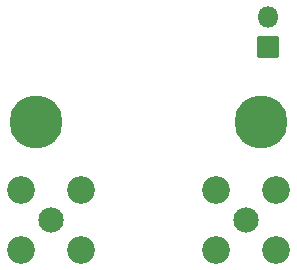
<source format=gbr>
%TF.GenerationSoftware,KiCad,Pcbnew,7.0.11-7.0.11~ubuntu22.04.1*%
%TF.CreationDate,2025-05-22T12:56:19-05:00*%
%TF.ProjectId,hf_bias_tee,68665f62-6961-4735-9f74-65652e6b6963,-*%
%TF.SameCoordinates,Original*%
%TF.FileFunction,Soldermask,Bot*%
%TF.FilePolarity,Negative*%
%FSLAX46Y46*%
G04 Gerber Fmt 4.6, Leading zero omitted, Abs format (unit mm)*
G04 Created by KiCad (PCBNEW 7.0.11-7.0.11~ubuntu22.04.1) date 2025-05-22 12:56:19*
%MOMM*%
%LPD*%
G01*
G04 APERTURE LIST*
G04 Aperture macros list*
%AMRoundRect*
0 Rectangle with rounded corners*
0 $1 Rounding radius*
0 $2 $3 $4 $5 $6 $7 $8 $9 X,Y pos of 4 corners*
0 Add a 4 corners polygon primitive as box body*
4,1,4,$2,$3,$4,$5,$6,$7,$8,$9,$2,$3,0*
0 Add four circle primitives for the rounded corners*
1,1,$1+$1,$2,$3*
1,1,$1+$1,$4,$5*
1,1,$1+$1,$6,$7*
1,1,$1+$1,$8,$9*
0 Add four rect primitives between the rounded corners*
20,1,$1+$1,$2,$3,$4,$5,0*
20,1,$1+$1,$4,$5,$6,$7,0*
20,1,$1+$1,$6,$7,$8,$9,0*
20,1,$1+$1,$8,$9,$2,$3,0*%
G04 Aperture macros list end*
%ADD10C,2.150000*%
%ADD11C,2.350000*%
%ADD12RoundRect,0.050000X0.850000X0.850000X-0.850000X0.850000X-0.850000X-0.850000X0.850000X-0.850000X0*%
%ADD13O,1.800000X1.800000*%
%ADD14C,0.800000*%
%ADD15C,4.500000*%
G04 APERTURE END LIST*
D10*
%TO.C,J1*%
X125095000Y-103505000D03*
D11*
X122555000Y-100965000D03*
X122555000Y-106045000D03*
X127635000Y-100965000D03*
X127635000Y-106045000D03*
%TD*%
D10*
%TO.C,J2*%
X141605000Y-103505000D03*
D11*
X139065000Y-100965000D03*
X139065000Y-106045000D03*
X144145000Y-100965000D03*
X144145000Y-106045000D03*
%TD*%
D12*
%TO.C,J4*%
X143510000Y-88900000D03*
D13*
X143510000Y-86360000D03*
%TD*%
D14*
%TO.C,H1*%
X122175000Y-95250000D03*
X122658274Y-94083274D03*
X122658274Y-96416726D03*
X123825000Y-93600000D03*
D15*
X123825000Y-95250000D03*
D14*
X123825000Y-96900000D03*
X124991726Y-94083274D03*
X124991726Y-96416726D03*
X125475000Y-95250000D03*
%TD*%
%TO.C,H2*%
X141225000Y-95250000D03*
X141708274Y-94083274D03*
X141708274Y-96416726D03*
X142875000Y-93600000D03*
D15*
X142875000Y-95250000D03*
D14*
X142875000Y-96900000D03*
X144041726Y-94083274D03*
X144041726Y-96416726D03*
X144525000Y-95250000D03*
%TD*%
M02*

</source>
